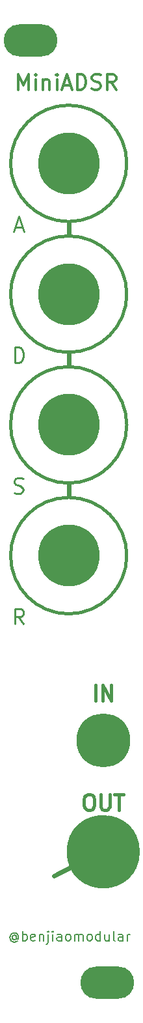
<source format=gbr>
%TF.GenerationSoftware,KiCad,Pcbnew,5.1.9+dfsg1-1~bpo10+1*%
%TF.CreationDate,2022-02-02T14:00:37+08:00*%
%TF.ProjectId,MiniADSR 1.0.1 - Front,4d696e69-4144-4535-9220-312e302e3120,rev?*%
%TF.SameCoordinates,Original*%
%TF.FileFunction,Soldermask,Top*%
%TF.FilePolarity,Negative*%
%FSLAX46Y46*%
G04 Gerber Fmt 4.6, Leading zero omitted, Abs format (unit mm)*
G04 Created by KiCad (PCBNEW 5.1.9+dfsg1-1~bpo10+1) date 2022-02-02 14:00:37*
%MOMM*%
%LPD*%
G01*
G04 APERTURE LIST*
%ADD10C,0.150000*%
%ADD11C,1.500000*%
%ADD12C,0.600000*%
%ADD13C,0.400000*%
%ADD14C,0.300000*%
%ADD15C,0.450000*%
%ADD16C,0.240000*%
%ADD17C,7.000000*%
%ADD18C,8.000000*%
%ADD19O,7.000000X4.200000*%
G04 APERTURE END LIST*
D10*
X53165476Y-159470238D02*
X53105952Y-159410714D01*
X52986904Y-159351190D01*
X52867857Y-159351190D01*
X52748809Y-159410714D01*
X52689285Y-159470238D01*
X52629761Y-159589285D01*
X52629761Y-159708333D01*
X52689285Y-159827380D01*
X52748809Y-159886904D01*
X52867857Y-159946428D01*
X52986904Y-159946428D01*
X53105952Y-159886904D01*
X53165476Y-159827380D01*
X53165476Y-159351190D02*
X53165476Y-159827380D01*
X53225000Y-159886904D01*
X53284523Y-159886904D01*
X53403571Y-159827380D01*
X53463095Y-159708333D01*
X53463095Y-159410714D01*
X53344047Y-159232142D01*
X53165476Y-159113095D01*
X52927380Y-159053571D01*
X52689285Y-159113095D01*
X52510714Y-159232142D01*
X52391666Y-159410714D01*
X52332142Y-159648809D01*
X52391666Y-159886904D01*
X52510714Y-160065476D01*
X52689285Y-160184523D01*
X52927380Y-160244047D01*
X53165476Y-160184523D01*
X53344047Y-160065476D01*
X53998809Y-160065476D02*
X53998809Y-158815476D01*
X53998809Y-159291666D02*
X54117857Y-159232142D01*
X54355952Y-159232142D01*
X54475000Y-159291666D01*
X54534523Y-159351190D01*
X54594047Y-159470238D01*
X54594047Y-159827380D01*
X54534523Y-159946428D01*
X54475000Y-160005952D01*
X54355952Y-160065476D01*
X54117857Y-160065476D01*
X53998809Y-160005952D01*
X55605952Y-160005952D02*
X55486904Y-160065476D01*
X55248809Y-160065476D01*
X55129761Y-160005952D01*
X55070238Y-159886904D01*
X55070238Y-159410714D01*
X55129761Y-159291666D01*
X55248809Y-159232142D01*
X55486904Y-159232142D01*
X55605952Y-159291666D01*
X55665476Y-159410714D01*
X55665476Y-159529761D01*
X55070238Y-159648809D01*
X56201190Y-159232142D02*
X56201190Y-160065476D01*
X56201190Y-159351190D02*
X56260714Y-159291666D01*
X56379761Y-159232142D01*
X56558333Y-159232142D01*
X56677380Y-159291666D01*
X56736904Y-159410714D01*
X56736904Y-160065476D01*
X57332142Y-159232142D02*
X57332142Y-160303571D01*
X57272619Y-160422619D01*
X57153571Y-160482142D01*
X57094047Y-160482142D01*
X57332142Y-158815476D02*
X57272619Y-158875000D01*
X57332142Y-158934523D01*
X57391666Y-158875000D01*
X57332142Y-158815476D01*
X57332142Y-158934523D01*
X57927380Y-160065476D02*
X57927380Y-159232142D01*
X57927380Y-158815476D02*
X57867857Y-158875000D01*
X57927380Y-158934523D01*
X57986904Y-158875000D01*
X57927380Y-158815476D01*
X57927380Y-158934523D01*
X59058333Y-160065476D02*
X59058333Y-159410714D01*
X58998809Y-159291666D01*
X58879761Y-159232142D01*
X58641666Y-159232142D01*
X58522619Y-159291666D01*
X59058333Y-160005952D02*
X58939285Y-160065476D01*
X58641666Y-160065476D01*
X58522619Y-160005952D01*
X58463095Y-159886904D01*
X58463095Y-159767857D01*
X58522619Y-159648809D01*
X58641666Y-159589285D01*
X58939285Y-159589285D01*
X59058333Y-159529761D01*
X59832142Y-160065476D02*
X59713095Y-160005952D01*
X59653571Y-159946428D01*
X59594047Y-159827380D01*
X59594047Y-159470238D01*
X59653571Y-159351190D01*
X59713095Y-159291666D01*
X59832142Y-159232142D01*
X60010714Y-159232142D01*
X60129761Y-159291666D01*
X60189285Y-159351190D01*
X60248809Y-159470238D01*
X60248809Y-159827380D01*
X60189285Y-159946428D01*
X60129761Y-160005952D01*
X60010714Y-160065476D01*
X59832142Y-160065476D01*
X60784523Y-160065476D02*
X60784523Y-159232142D01*
X60784523Y-159351190D02*
X60844047Y-159291666D01*
X60963095Y-159232142D01*
X61141666Y-159232142D01*
X61260714Y-159291666D01*
X61320238Y-159410714D01*
X61320238Y-160065476D01*
X61320238Y-159410714D02*
X61379761Y-159291666D01*
X61498809Y-159232142D01*
X61677380Y-159232142D01*
X61796428Y-159291666D01*
X61855952Y-159410714D01*
X61855952Y-160065476D01*
X62629761Y-160065476D02*
X62510714Y-160005952D01*
X62451190Y-159946428D01*
X62391666Y-159827380D01*
X62391666Y-159470238D01*
X62451190Y-159351190D01*
X62510714Y-159291666D01*
X62629761Y-159232142D01*
X62808333Y-159232142D01*
X62927380Y-159291666D01*
X62986904Y-159351190D01*
X63046428Y-159470238D01*
X63046428Y-159827380D01*
X62986904Y-159946428D01*
X62927380Y-160005952D01*
X62808333Y-160065476D01*
X62629761Y-160065476D01*
X64117857Y-160065476D02*
X64117857Y-158815476D01*
X64117857Y-160005952D02*
X63998809Y-160065476D01*
X63760714Y-160065476D01*
X63641666Y-160005952D01*
X63582142Y-159946428D01*
X63522619Y-159827380D01*
X63522619Y-159470238D01*
X63582142Y-159351190D01*
X63641666Y-159291666D01*
X63760714Y-159232142D01*
X63998809Y-159232142D01*
X64117857Y-159291666D01*
X65248809Y-159232142D02*
X65248809Y-160065476D01*
X64713095Y-159232142D02*
X64713095Y-159886904D01*
X64772619Y-160005952D01*
X64891666Y-160065476D01*
X65070238Y-160065476D01*
X65189285Y-160005952D01*
X65248809Y-159946428D01*
X66022619Y-160065476D02*
X65903571Y-160005952D01*
X65844047Y-159886904D01*
X65844047Y-158815476D01*
X67034523Y-160065476D02*
X67034523Y-159410714D01*
X66975000Y-159291666D01*
X66855952Y-159232142D01*
X66617857Y-159232142D01*
X66498809Y-159291666D01*
X67034523Y-160005952D02*
X66915476Y-160065476D01*
X66617857Y-160065476D01*
X66498809Y-160005952D01*
X66439285Y-159886904D01*
X66439285Y-159767857D01*
X66498809Y-159648809D01*
X66617857Y-159589285D01*
X66915476Y-159589285D01*
X67034523Y-159529761D01*
X67629761Y-160065476D02*
X67629761Y-159232142D01*
X67629761Y-159470238D02*
X67689285Y-159351190D01*
X67748809Y-159291666D01*
X67867857Y-159232142D01*
X67986904Y-159232142D01*
D11*
X68501250Y-148500000D02*
G75*
G03*
X68501250Y-148500000I-4001250J0D01*
G01*
D12*
X60000000Y-100700000D02*
X60000000Y-102300000D01*
X60000000Y-83700000D02*
X60000000Y-85300000D01*
X60000000Y-66700000D02*
X60000000Y-68300000D01*
X58100000Y-151600000D02*
X60500000Y-150400000D01*
D13*
X63477380Y-128829761D02*
X63477380Y-126829761D01*
X64429761Y-128829761D02*
X64429761Y-126829761D01*
X65572619Y-128829761D01*
X65572619Y-126829761D01*
X62475000Y-141054761D02*
X62855952Y-141054761D01*
X63046428Y-141150000D01*
X63236904Y-141340476D01*
X63332142Y-141721428D01*
X63332142Y-142388095D01*
X63236904Y-142769047D01*
X63046428Y-142959523D01*
X62855952Y-143054761D01*
X62475000Y-143054761D01*
X62284523Y-142959523D01*
X62094047Y-142769047D01*
X61998809Y-142388095D01*
X61998809Y-141721428D01*
X62094047Y-141340476D01*
X62284523Y-141150000D01*
X62475000Y-141054761D01*
X64189285Y-141054761D02*
X64189285Y-142673809D01*
X64284523Y-142864285D01*
X64379761Y-142959523D01*
X64570238Y-143054761D01*
X64951190Y-143054761D01*
X65141666Y-142959523D01*
X65236904Y-142864285D01*
X65332142Y-142673809D01*
X65332142Y-141054761D01*
X65998809Y-141054761D02*
X67141666Y-141054761D01*
X66570238Y-143054761D02*
X66570238Y-141054761D01*
D14*
X53416666Y-49404761D02*
X53416666Y-47404761D01*
X54083333Y-48833333D01*
X54750000Y-47404761D01*
X54750000Y-49404761D01*
X55702380Y-49404761D02*
X55702380Y-48071428D01*
X55702380Y-47404761D02*
X55607142Y-47500000D01*
X55702380Y-47595238D01*
X55797619Y-47500000D01*
X55702380Y-47404761D01*
X55702380Y-47595238D01*
X56654761Y-48071428D02*
X56654761Y-49404761D01*
X56654761Y-48261904D02*
X56750000Y-48166666D01*
X56940476Y-48071428D01*
X57226190Y-48071428D01*
X57416666Y-48166666D01*
X57511904Y-48357142D01*
X57511904Y-49404761D01*
X58464285Y-49404761D02*
X58464285Y-48071428D01*
X58464285Y-47404761D02*
X58369047Y-47500000D01*
X58464285Y-47595238D01*
X58559523Y-47500000D01*
X58464285Y-47404761D01*
X58464285Y-47595238D01*
X59321428Y-48833333D02*
X60273809Y-48833333D01*
X59130952Y-49404761D02*
X59797619Y-47404761D01*
X60464285Y-49404761D01*
X61130952Y-49404761D02*
X61130952Y-47404761D01*
X61607142Y-47404761D01*
X61892857Y-47500000D01*
X62083333Y-47690476D01*
X62178571Y-47880952D01*
X62273809Y-48261904D01*
X62273809Y-48547619D01*
X62178571Y-48928571D01*
X62083333Y-49119047D01*
X61892857Y-49309523D01*
X61607142Y-49404761D01*
X61130952Y-49404761D01*
X63035714Y-49309523D02*
X63321428Y-49404761D01*
X63797619Y-49404761D01*
X63988095Y-49309523D01*
X64083333Y-49214285D01*
X64178571Y-49023809D01*
X64178571Y-48833333D01*
X64083333Y-48642857D01*
X63988095Y-48547619D01*
X63797619Y-48452380D01*
X63416666Y-48357142D01*
X63226190Y-48261904D01*
X63130952Y-48166666D01*
X63035714Y-47976190D01*
X63035714Y-47785714D01*
X63130952Y-47595238D01*
X63226190Y-47500000D01*
X63416666Y-47404761D01*
X63892857Y-47404761D01*
X64178571Y-47500000D01*
X66178571Y-49404761D02*
X65511904Y-48452380D01*
X65035714Y-49404761D02*
X65035714Y-47404761D01*
X65797619Y-47404761D01*
X65988095Y-47500000D01*
X66083333Y-47595238D01*
X66178571Y-47785714D01*
X66178571Y-48071428D01*
X66083333Y-48261904D01*
X65988095Y-48357142D01*
X65797619Y-48452380D01*
X65035714Y-48452380D01*
D15*
X67566373Y-110000000D02*
G75*
G03*
X67566373Y-110000000I-7566373J0D01*
G01*
X67566373Y-93000000D02*
G75*
G03*
X67566373Y-93000000I-7566373J0D01*
G01*
X67566373Y-76000000D02*
G75*
G03*
X67566373Y-76000000I-7566373J0D01*
G01*
X67566373Y-59000000D02*
G75*
G03*
X67566373Y-59000000I-7566373J0D01*
G01*
D16*
X53023809Y-67333333D02*
X53976190Y-67333333D01*
X52833333Y-67904761D02*
X53500000Y-65904761D01*
X54166666Y-67904761D01*
X52928571Y-101809523D02*
X53214285Y-101904761D01*
X53690476Y-101904761D01*
X53880952Y-101809523D01*
X53976190Y-101714285D01*
X54071428Y-101523809D01*
X54071428Y-101333333D01*
X53976190Y-101142857D01*
X53880952Y-101047619D01*
X53690476Y-100952380D01*
X53309523Y-100857142D01*
X53119047Y-100761904D01*
X53023809Y-100666666D01*
X52928571Y-100476190D01*
X52928571Y-100285714D01*
X53023809Y-100095238D01*
X53119047Y-100000000D01*
X53309523Y-99904761D01*
X53785714Y-99904761D01*
X54071428Y-100000000D01*
X54119047Y-118904761D02*
X53452380Y-117952380D01*
X52976190Y-118904761D02*
X52976190Y-116904761D01*
X53738095Y-116904761D01*
X53928571Y-117000000D01*
X54023809Y-117095238D01*
X54119047Y-117285714D01*
X54119047Y-117571428D01*
X54023809Y-117761904D01*
X53928571Y-117857142D01*
X53738095Y-117952380D01*
X52976190Y-117952380D01*
X52976190Y-84904761D02*
X52976190Y-82904761D01*
X53452380Y-82904761D01*
X53738095Y-83000000D01*
X53928571Y-83190476D01*
X54023809Y-83380952D01*
X54119047Y-83761904D01*
X54119047Y-84047619D01*
X54023809Y-84428571D01*
X53928571Y-84619047D01*
X53738095Y-84809523D01*
X53452380Y-84904761D01*
X52976190Y-84904761D01*
D17*
%TO.C,REF\u002A\u002A*%
X64500000Y-134000000D03*
%TD*%
D18*
%TO.C,REF\u002A\u002A*%
X60000000Y-110000000D03*
%TD*%
%TO.C,REF\u002A\u002A*%
X60000000Y-93000000D03*
%TD*%
%TO.C,REF\u002A\u002A*%
X60000000Y-76000000D03*
%TD*%
%TO.C,REF\u002A\u002A*%
X60000000Y-59000000D03*
%TD*%
D19*
%TO.C,REF\u002A\u002A*%
X65000000Y-165500000D03*
X55000000Y-43000000D03*
%TD*%
D17*
%TO.C,REF\u002A\u002A*%
X64500000Y-148500000D03*
%TD*%
M02*

</source>
